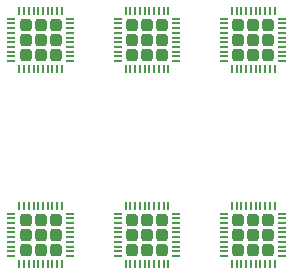
<source format=gbr>
%TF.GenerationSoftware,KiCad,Pcbnew,7.0.1*%
%TF.CreationDate,2023-04-06T12:09:14+02:00*%
%TF.ProjectId,LED_Dogtag_HW,4c45445f-446f-4677-9461-675f48572e6b,1.0*%
%TF.SameCoordinates,Original*%
%TF.FileFunction,Paste,Bot*%
%TF.FilePolarity,Positive*%
%FSLAX46Y46*%
G04 Gerber Fmt 4.6, Leading zero omitted, Abs format (unit mm)*
G04 Created by KiCad (PCBNEW 7.0.1) date 2023-04-06 12:09:14*
%MOMM*%
%LPD*%
G01*
G04 APERTURE LIST*
G04 Aperture macros list*
%AMRoundRect*
0 Rectangle with rounded corners*
0 $1 Rounding radius*
0 $2 $3 $4 $5 $6 $7 $8 $9 X,Y pos of 4 corners*
0 Add a 4 corners polygon primitive as box body*
4,1,4,$2,$3,$4,$5,$6,$7,$8,$9,$2,$3,0*
0 Add four circle primitives for the rounded corners*
1,1,$1+$1,$2,$3*
1,1,$1+$1,$4,$5*
1,1,$1+$1,$6,$7*
1,1,$1+$1,$8,$9*
0 Add four rect primitives between the rounded corners*
20,1,$1+$1,$2,$3,$4,$5,0*
20,1,$1+$1,$4,$5,$6,$7,0*
20,1,$1+$1,$6,$7,$8,$9,0*
20,1,$1+$1,$8,$9,$2,$3,0*%
G04 Aperture macros list end*
%ADD10RoundRect,0.250000X0.260000X0.260000X-0.260000X0.260000X-0.260000X-0.260000X0.260000X-0.260000X0*%
%ADD11RoundRect,0.050000X0.325000X0.050000X-0.325000X0.050000X-0.325000X-0.050000X0.325000X-0.050000X0*%
%ADD12RoundRect,0.050000X0.050000X0.325000X-0.050000X0.325000X-0.050000X-0.325000X0.050000X-0.325000X0*%
%ADD13RoundRect,0.250000X-0.260000X-0.260000X0.260000X-0.260000X0.260000X0.260000X-0.260000X0.260000X0*%
%ADD14RoundRect,0.050000X-0.325000X-0.050000X0.325000X-0.050000X0.325000X0.050000X-0.325000X0.050000X0*%
%ADD15RoundRect,0.050000X-0.050000X-0.325000X0.050000X-0.325000X0.050000X0.325000X-0.050000X0.325000X0*%
G04 APERTURE END LIST*
D10*
%TO.C,U1*%
X96070000Y-46820000D03*
X96070000Y-45550000D03*
X96070000Y-44280000D03*
X94800000Y-46820000D03*
X94800000Y-45550000D03*
X94800000Y-44280000D03*
X93530000Y-46820000D03*
X93530000Y-45550000D03*
X93530000Y-44280000D03*
D11*
X97275000Y-43750000D03*
X97275000Y-44150000D03*
X97275000Y-44550000D03*
X97275000Y-44950000D03*
X97275000Y-45350000D03*
X97275000Y-45750000D03*
X97275000Y-46150000D03*
X97275000Y-46550000D03*
X97275000Y-46950000D03*
X97275000Y-47350000D03*
D12*
X96600000Y-48025000D03*
X96200000Y-48025000D03*
X95800000Y-48025000D03*
X95400000Y-48025000D03*
X95000000Y-48025000D03*
X94600000Y-48025000D03*
X94200000Y-48025000D03*
X93800000Y-48025000D03*
X93400000Y-48025000D03*
X93000000Y-48025000D03*
D11*
X92325000Y-47350000D03*
X92325000Y-46950000D03*
X92325000Y-46550000D03*
X92325000Y-46150000D03*
X92325000Y-45750000D03*
X92325000Y-45350000D03*
X92325000Y-44950000D03*
X92325000Y-44550000D03*
X92325000Y-44150000D03*
X92325000Y-43750000D03*
D12*
X93000000Y-43075000D03*
X93400000Y-43075000D03*
X93800000Y-43075000D03*
X94200000Y-43075000D03*
X94600000Y-43075000D03*
X95000000Y-43075000D03*
X95400000Y-43075000D03*
X95800000Y-43075000D03*
X96200000Y-43075000D03*
X96600000Y-43075000D03*
%TD*%
D13*
%TO.C,U5*%
X102530000Y-60780000D03*
X102530000Y-62050000D03*
X102530000Y-63320000D03*
X103800000Y-60780000D03*
X103800000Y-62050000D03*
X103800000Y-63320000D03*
X105070000Y-60780000D03*
X105070000Y-62050000D03*
X105070000Y-63320000D03*
D14*
X101325000Y-63850000D03*
X101325000Y-63450000D03*
X101325000Y-63050000D03*
X101325000Y-62650000D03*
X101325000Y-62250000D03*
X101325000Y-61850000D03*
X101325000Y-61450000D03*
X101325000Y-61050000D03*
X101325000Y-60650000D03*
X101325000Y-60250000D03*
D15*
X102000000Y-59575000D03*
X102400000Y-59575000D03*
X102800000Y-59575000D03*
X103200000Y-59575000D03*
X103600000Y-59575000D03*
X104000000Y-59575000D03*
X104400000Y-59575000D03*
X104800000Y-59575000D03*
X105200000Y-59575000D03*
X105600000Y-59575000D03*
D14*
X106275000Y-60250000D03*
X106275000Y-60650000D03*
X106275000Y-61050000D03*
X106275000Y-61450000D03*
X106275000Y-61850000D03*
X106275000Y-62250000D03*
X106275000Y-62650000D03*
X106275000Y-63050000D03*
X106275000Y-63450000D03*
X106275000Y-63850000D03*
D15*
X105600000Y-64525000D03*
X105200000Y-64525000D03*
X104800000Y-64525000D03*
X104400000Y-64525000D03*
X104000000Y-64525000D03*
X103600000Y-64525000D03*
X103200000Y-64525000D03*
X102800000Y-64525000D03*
X102400000Y-64525000D03*
X102000000Y-64525000D03*
%TD*%
D13*
%TO.C,U6*%
X111530000Y-60780000D03*
X111530000Y-62050000D03*
X111530000Y-63320000D03*
X112800000Y-60780000D03*
X112800000Y-62050000D03*
X112800000Y-63320000D03*
X114070000Y-60780000D03*
X114070000Y-62050000D03*
X114070000Y-63320000D03*
D14*
X110325000Y-63850000D03*
X110325000Y-63450000D03*
X110325000Y-63050000D03*
X110325000Y-62650000D03*
X110325000Y-62250000D03*
X110325000Y-61850000D03*
X110325000Y-61450000D03*
X110325000Y-61050000D03*
X110325000Y-60650000D03*
X110325000Y-60250000D03*
D15*
X111000000Y-59575000D03*
X111400000Y-59575000D03*
X111800000Y-59575000D03*
X112200000Y-59575000D03*
X112600000Y-59575000D03*
X113000000Y-59575000D03*
X113400000Y-59575000D03*
X113800000Y-59575000D03*
X114200000Y-59575000D03*
X114600000Y-59575000D03*
D14*
X115275000Y-60250000D03*
X115275000Y-60650000D03*
X115275000Y-61050000D03*
X115275000Y-61450000D03*
X115275000Y-61850000D03*
X115275000Y-62250000D03*
X115275000Y-62650000D03*
X115275000Y-63050000D03*
X115275000Y-63450000D03*
X115275000Y-63850000D03*
D15*
X114600000Y-64525000D03*
X114200000Y-64525000D03*
X113800000Y-64525000D03*
X113400000Y-64525000D03*
X113000000Y-64525000D03*
X112600000Y-64525000D03*
X112200000Y-64525000D03*
X111800000Y-64525000D03*
X111400000Y-64525000D03*
X111000000Y-64525000D03*
%TD*%
D13*
%TO.C,U4*%
X93530000Y-60780000D03*
X93530000Y-62050000D03*
X93530000Y-63320000D03*
X94800000Y-60780000D03*
X94800000Y-62050000D03*
X94800000Y-63320000D03*
X96070000Y-60780000D03*
X96070000Y-62050000D03*
X96070000Y-63320000D03*
D14*
X92325000Y-63850000D03*
X92325000Y-63450000D03*
X92325000Y-63050000D03*
X92325000Y-62650000D03*
X92325000Y-62250000D03*
X92325000Y-61850000D03*
X92325000Y-61450000D03*
X92325000Y-61050000D03*
X92325000Y-60650000D03*
X92325000Y-60250000D03*
D15*
X93000000Y-59575000D03*
X93400000Y-59575000D03*
X93800000Y-59575000D03*
X94200000Y-59575000D03*
X94600000Y-59575000D03*
X95000000Y-59575000D03*
X95400000Y-59575000D03*
X95800000Y-59575000D03*
X96200000Y-59575000D03*
X96600000Y-59575000D03*
D14*
X97275000Y-60250000D03*
X97275000Y-60650000D03*
X97275000Y-61050000D03*
X97275000Y-61450000D03*
X97275000Y-61850000D03*
X97275000Y-62250000D03*
X97275000Y-62650000D03*
X97275000Y-63050000D03*
X97275000Y-63450000D03*
X97275000Y-63850000D03*
D15*
X96600000Y-64525000D03*
X96200000Y-64525000D03*
X95800000Y-64525000D03*
X95400000Y-64525000D03*
X95000000Y-64525000D03*
X94600000Y-64525000D03*
X94200000Y-64525000D03*
X93800000Y-64525000D03*
X93400000Y-64525000D03*
X93000000Y-64525000D03*
%TD*%
D10*
%TO.C,U3*%
X114070000Y-46820000D03*
X114070000Y-45550000D03*
X114070000Y-44280000D03*
X112800000Y-46820000D03*
X112800000Y-45550000D03*
X112800000Y-44280000D03*
X111530000Y-46820000D03*
X111530000Y-45550000D03*
X111530000Y-44280000D03*
D11*
X115275000Y-43750000D03*
X115275000Y-44150000D03*
X115275000Y-44550000D03*
X115275000Y-44950000D03*
X115275000Y-45350000D03*
X115275000Y-45750000D03*
X115275000Y-46150000D03*
X115275000Y-46550000D03*
X115275000Y-46950000D03*
X115275000Y-47350000D03*
D12*
X114600000Y-48025000D03*
X114200000Y-48025000D03*
X113800000Y-48025000D03*
X113400000Y-48025000D03*
X113000000Y-48025000D03*
X112600000Y-48025000D03*
X112200000Y-48025000D03*
X111800000Y-48025000D03*
X111400000Y-48025000D03*
X111000000Y-48025000D03*
D11*
X110325000Y-47350000D03*
X110325000Y-46950000D03*
X110325000Y-46550000D03*
X110325000Y-46150000D03*
X110325000Y-45750000D03*
X110325000Y-45350000D03*
X110325000Y-44950000D03*
X110325000Y-44550000D03*
X110325000Y-44150000D03*
X110325000Y-43750000D03*
D12*
X111000000Y-43075000D03*
X111400000Y-43075000D03*
X111800000Y-43075000D03*
X112200000Y-43075000D03*
X112600000Y-43075000D03*
X113000000Y-43075000D03*
X113400000Y-43075000D03*
X113800000Y-43075000D03*
X114200000Y-43075000D03*
X114600000Y-43075000D03*
%TD*%
D10*
%TO.C,U2*%
X105070000Y-46820000D03*
X105070000Y-45550000D03*
X105070000Y-44280000D03*
X103800000Y-46820000D03*
X103800000Y-45550000D03*
X103800000Y-44280000D03*
X102530000Y-46820000D03*
X102530000Y-45550000D03*
X102530000Y-44280000D03*
D11*
X106275000Y-43750000D03*
X106275000Y-44150000D03*
X106275000Y-44550000D03*
X106275000Y-44950000D03*
X106275000Y-45350000D03*
X106275000Y-45750000D03*
X106275000Y-46150000D03*
X106275000Y-46550000D03*
X106275000Y-46950000D03*
X106275000Y-47350000D03*
D12*
X105600000Y-48025000D03*
X105200000Y-48025000D03*
X104800000Y-48025000D03*
X104400000Y-48025000D03*
X104000000Y-48025000D03*
X103600000Y-48025000D03*
X103200000Y-48025000D03*
X102800000Y-48025000D03*
X102400000Y-48025000D03*
X102000000Y-48025000D03*
D11*
X101325000Y-47350000D03*
X101325000Y-46950000D03*
X101325000Y-46550000D03*
X101325000Y-46150000D03*
X101325000Y-45750000D03*
X101325000Y-45350000D03*
X101325000Y-44950000D03*
X101325000Y-44550000D03*
X101325000Y-44150000D03*
X101325000Y-43750000D03*
D12*
X102000000Y-43075000D03*
X102400000Y-43075000D03*
X102800000Y-43075000D03*
X103200000Y-43075000D03*
X103600000Y-43075000D03*
X104000000Y-43075000D03*
X104400000Y-43075000D03*
X104800000Y-43075000D03*
X105200000Y-43075000D03*
X105600000Y-43075000D03*
%TD*%
M02*

</source>
